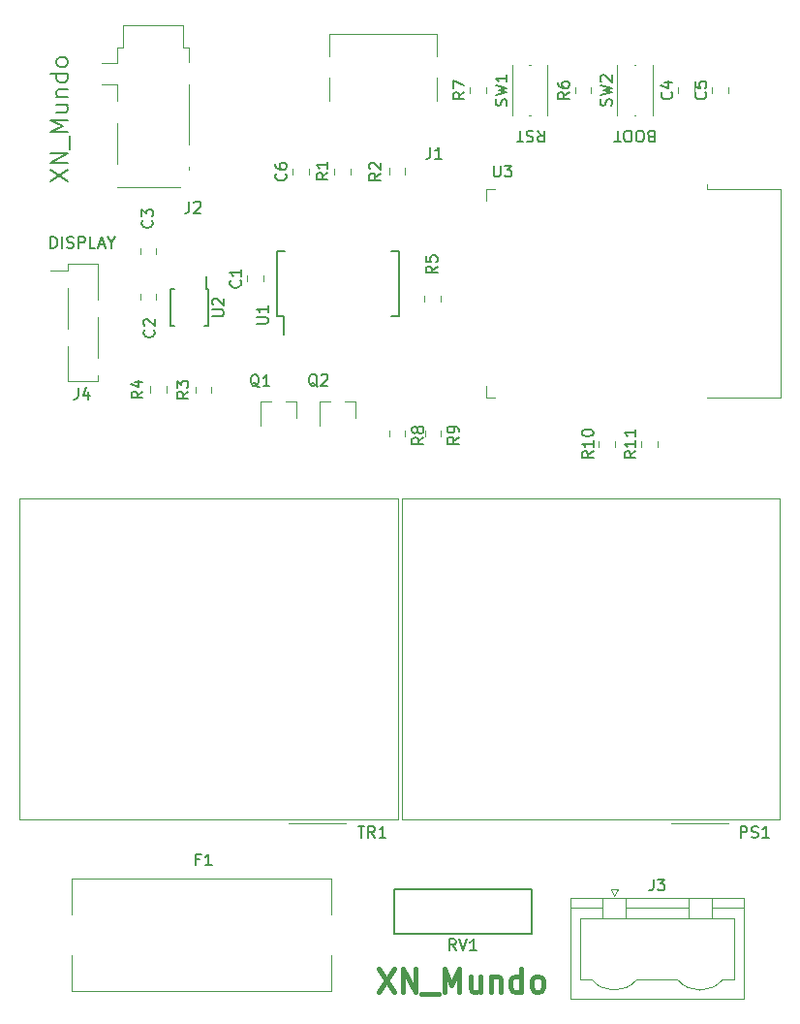
<source format=gbr>
G04 #@! TF.GenerationSoftware,KiCad,Pcbnew,(5.1.5)-3*
G04 #@! TF.CreationDate,2021-07-10T17:40:16+02:00*
G04 #@! TF.ProjectId,EnergyMonitor,456e6572-6779-44d6-9f6e-69746f722e6b,rev?*
G04 #@! TF.SameCoordinates,Original*
G04 #@! TF.FileFunction,Legend,Top*
G04 #@! TF.FilePolarity,Positive*
%FSLAX46Y46*%
G04 Gerber Fmt 4.6, Leading zero omitted, Abs format (unit mm)*
G04 Created by KiCad (PCBNEW (5.1.5)-3) date 2021-07-10 17:40:16*
%MOMM*%
%LPD*%
G04 APERTURE LIST*
%ADD10C,0.200000*%
%ADD11C,0.150000*%
%ADD12C,0.400000*%
%ADD13C,0.120000*%
G04 APERTURE END LIST*
D10*
X113788451Y-51930891D02*
X115288451Y-50930891D01*
X113788451Y-50930891D02*
X115288451Y-51930891D01*
X115288451Y-50359462D02*
X113788451Y-50359462D01*
X115288451Y-49502320D01*
X113788451Y-49502320D01*
X115431308Y-49145177D02*
X115431308Y-48002320D01*
X115288451Y-47645177D02*
X113788451Y-47645177D01*
X114859880Y-47145177D01*
X113788451Y-46645177D01*
X115288451Y-46645177D01*
X114288451Y-45288034D02*
X115288451Y-45288034D01*
X114288451Y-45930891D02*
X115074165Y-45930891D01*
X115217022Y-45859462D01*
X115288451Y-45716605D01*
X115288451Y-45502320D01*
X115217022Y-45359462D01*
X115145594Y-45288034D01*
X114288451Y-44573748D02*
X115288451Y-44573748D01*
X114431308Y-44573748D02*
X114359880Y-44502320D01*
X114288451Y-44359462D01*
X114288451Y-44145177D01*
X114359880Y-44002320D01*
X114502737Y-43930891D01*
X115288451Y-43930891D01*
X115288451Y-42573748D02*
X113788451Y-42573748D01*
X115217022Y-42573748D02*
X115288451Y-42716605D01*
X115288451Y-43002320D01*
X115217022Y-43145177D01*
X115145594Y-43216605D01*
X115002737Y-43288034D01*
X114574165Y-43288034D01*
X114431308Y-43216605D01*
X114359880Y-43145177D01*
X114288451Y-43002320D01*
X114288451Y-42716605D01*
X114359880Y-42573748D01*
X115288451Y-41645177D02*
X115217022Y-41788034D01*
X115145594Y-41859462D01*
X115002737Y-41930891D01*
X114574165Y-41930891D01*
X114431308Y-41859462D01*
X114359880Y-41788034D01*
X114288451Y-41645177D01*
X114288451Y-41430891D01*
X114359880Y-41288034D01*
X114431308Y-41216605D01*
X114574165Y-41145177D01*
X115002737Y-41145177D01*
X115145594Y-41216605D01*
X115217022Y-41288034D01*
X115288451Y-41430891D01*
X115288451Y-41645177D01*
X113786944Y-57775100D02*
X113786944Y-56775100D01*
X114025040Y-56775100D01*
X114167897Y-56822720D01*
X114263135Y-56917958D01*
X114310754Y-57013196D01*
X114358373Y-57203672D01*
X114358373Y-57346529D01*
X114310754Y-57537005D01*
X114263135Y-57632243D01*
X114167897Y-57727481D01*
X114025040Y-57775100D01*
X113786944Y-57775100D01*
X114786944Y-57775100D02*
X114786944Y-56775100D01*
X115215516Y-57727481D02*
X115358373Y-57775100D01*
X115596468Y-57775100D01*
X115691706Y-57727481D01*
X115739325Y-57679862D01*
X115786944Y-57584624D01*
X115786944Y-57489386D01*
X115739325Y-57394148D01*
X115691706Y-57346529D01*
X115596468Y-57298910D01*
X115405992Y-57251291D01*
X115310754Y-57203672D01*
X115263135Y-57156053D01*
X115215516Y-57060815D01*
X115215516Y-56965577D01*
X115263135Y-56870339D01*
X115310754Y-56822720D01*
X115405992Y-56775100D01*
X115644087Y-56775100D01*
X115786944Y-56822720D01*
X116215516Y-57775100D02*
X116215516Y-56775100D01*
X116596468Y-56775100D01*
X116691706Y-56822720D01*
X116739325Y-56870339D01*
X116786944Y-56965577D01*
X116786944Y-57108434D01*
X116739325Y-57203672D01*
X116691706Y-57251291D01*
X116596468Y-57298910D01*
X116215516Y-57298910D01*
X117691706Y-57775100D02*
X117215516Y-57775100D01*
X117215516Y-56775100D01*
X117977420Y-57489386D02*
X118453611Y-57489386D01*
X117882182Y-57775100D02*
X118215516Y-56775100D01*
X118548849Y-57775100D01*
X119072659Y-57298910D02*
X119072659Y-57775100D01*
X118739325Y-56775100D02*
X119072659Y-57298910D01*
X119405992Y-56775100D01*
D11*
X166253942Y-48031708D02*
X166111085Y-47984089D01*
X166063466Y-47936470D01*
X166015847Y-47841232D01*
X166015847Y-47698375D01*
X166063466Y-47603137D01*
X166111085Y-47555518D01*
X166206323Y-47507899D01*
X166587276Y-47507899D01*
X166587276Y-48507899D01*
X166253942Y-48507899D01*
X166158704Y-48460280D01*
X166111085Y-48412660D01*
X166063466Y-48317422D01*
X166063466Y-48222184D01*
X166111085Y-48126946D01*
X166158704Y-48079327D01*
X166253942Y-48031708D01*
X166587276Y-48031708D01*
X165396800Y-48507899D02*
X165206323Y-48507899D01*
X165111085Y-48460280D01*
X165015847Y-48365041D01*
X164968228Y-48174565D01*
X164968228Y-47841232D01*
X165015847Y-47650756D01*
X165111085Y-47555518D01*
X165206323Y-47507899D01*
X165396800Y-47507899D01*
X165492038Y-47555518D01*
X165587276Y-47650756D01*
X165634895Y-47841232D01*
X165634895Y-48174565D01*
X165587276Y-48365041D01*
X165492038Y-48460280D01*
X165396800Y-48507899D01*
X164349180Y-48507899D02*
X164158704Y-48507899D01*
X164063466Y-48460280D01*
X163968228Y-48365041D01*
X163920609Y-48174565D01*
X163920609Y-47841232D01*
X163968228Y-47650756D01*
X164063466Y-47555518D01*
X164158704Y-47507899D01*
X164349180Y-47507899D01*
X164444419Y-47555518D01*
X164539657Y-47650756D01*
X164587276Y-47841232D01*
X164587276Y-48174565D01*
X164539657Y-48365041D01*
X164444419Y-48460280D01*
X164349180Y-48507899D01*
X163634895Y-48507899D02*
X163063466Y-48507899D01*
X163349180Y-47507899D02*
X163349180Y-48507899D01*
X156341059Y-47507899D02*
X156674392Y-47984089D01*
X156912487Y-47507899D02*
X156912487Y-48507899D01*
X156531535Y-48507899D01*
X156436297Y-48460280D01*
X156388678Y-48412660D01*
X156341059Y-48317422D01*
X156341059Y-48174565D01*
X156388678Y-48079327D01*
X156436297Y-48031708D01*
X156531535Y-47984089D01*
X156912487Y-47984089D01*
X155960106Y-47555518D02*
X155817249Y-47507899D01*
X155579154Y-47507899D01*
X155483916Y-47555518D01*
X155436297Y-47603137D01*
X155388678Y-47698375D01*
X155388678Y-47793613D01*
X155436297Y-47888851D01*
X155483916Y-47936470D01*
X155579154Y-47984089D01*
X155769630Y-48031708D01*
X155864868Y-48079327D01*
X155912487Y-48126946D01*
X155960106Y-48222184D01*
X155960106Y-48317422D01*
X155912487Y-48412660D01*
X155864868Y-48460280D01*
X155769630Y-48507899D01*
X155531535Y-48507899D01*
X155388678Y-48460280D01*
X155102963Y-48507899D02*
X154531535Y-48507899D01*
X154817249Y-47507899D02*
X154817249Y-48507899D01*
D12*
X142469504Y-120707921D02*
X143802838Y-122707921D01*
X143802838Y-120707921D02*
X142469504Y-122707921D01*
X144564742Y-122707921D02*
X144564742Y-120707921D01*
X145707600Y-122707921D01*
X145707600Y-120707921D01*
X146183790Y-122898398D02*
X147707600Y-122898398D01*
X148183790Y-122707921D02*
X148183790Y-120707921D01*
X148850457Y-122136493D01*
X149517123Y-120707921D01*
X149517123Y-122707921D01*
X151326647Y-121374588D02*
X151326647Y-122707921D01*
X150469504Y-121374588D02*
X150469504Y-122422207D01*
X150564742Y-122612683D01*
X150755219Y-122707921D01*
X151040933Y-122707921D01*
X151231409Y-122612683D01*
X151326647Y-122517445D01*
X152279028Y-121374588D02*
X152279028Y-122707921D01*
X152279028Y-121565064D02*
X152374266Y-121469826D01*
X152564742Y-121374588D01*
X152850457Y-121374588D01*
X153040933Y-121469826D01*
X153136171Y-121660302D01*
X153136171Y-122707921D01*
X154945695Y-122707921D02*
X154945695Y-120707921D01*
X154945695Y-122612683D02*
X154755219Y-122707921D01*
X154374266Y-122707921D01*
X154183790Y-122612683D01*
X154088552Y-122517445D01*
X153993314Y-122326969D01*
X153993314Y-121755540D01*
X154088552Y-121565064D01*
X154183790Y-121469826D01*
X154374266Y-121374588D01*
X154755219Y-121374588D01*
X154945695Y-121469826D01*
X156183790Y-122707921D02*
X155993314Y-122612683D01*
X155898076Y-122517445D01*
X155802838Y-122326969D01*
X155802838Y-121755540D01*
X155898076Y-121565064D01*
X155993314Y-121469826D01*
X156183790Y-121374588D01*
X156469504Y-121374588D01*
X156659980Y-121469826D01*
X156755219Y-121565064D01*
X156850457Y-121755540D01*
X156850457Y-122326969D01*
X156755219Y-122517445D01*
X156659980Y-122612683D01*
X156469504Y-122707921D01*
X156183790Y-122707921D01*
D13*
X166841240Y-75137778D02*
X166841240Y-74620622D01*
X165421240Y-75137778D02*
X165421240Y-74620622D01*
X163132840Y-75137778D02*
X163132840Y-74620622D01*
X161712840Y-75137778D02*
X161712840Y-74620622D01*
X139600000Y-108032000D02*
X134600000Y-108032000D01*
X144120000Y-107652000D02*
X111080000Y-107652000D01*
X144120000Y-79612000D02*
X144120000Y-107652000D01*
X111080000Y-79612000D02*
X144120000Y-79612000D01*
X111080000Y-107652000D02*
X111080000Y-79612000D01*
X171151560Y-52602000D02*
X171151560Y-52222000D01*
X177571560Y-52602000D02*
X171151560Y-52602000D01*
X177571560Y-70842000D02*
X171151560Y-70842000D01*
X177571560Y-52602000D02*
X177571560Y-70842000D01*
X151826560Y-70842000D02*
X151826560Y-69842000D01*
X152606560Y-70842000D02*
X151826560Y-70842000D01*
X151826560Y-52602000D02*
X151826560Y-53602000D01*
X152606560Y-52602000D02*
X151826560Y-52602000D01*
X164880760Y-46200000D02*
X164780760Y-46200000D01*
X163280760Y-41800000D02*
X163280760Y-46200000D01*
X166380760Y-46200000D02*
X166380760Y-41800000D01*
X164880760Y-41800000D02*
X164780760Y-41800000D01*
X162752760Y-113715720D02*
X163352760Y-113715720D01*
X163052760Y-114315720D02*
X162752760Y-113715720D01*
X163352760Y-113715720D02*
X163052760Y-114315720D01*
X173502760Y-121625720D02*
X172552760Y-121625720D01*
X173502760Y-116325720D02*
X173502760Y-121625720D01*
X160102760Y-116325720D02*
X173502760Y-116325720D01*
X160102760Y-121625720D02*
X160102760Y-116325720D01*
X161052760Y-121625720D02*
X160102760Y-121625720D01*
X165052760Y-121625720D02*
X168552760Y-121625720D01*
X171552760Y-116325720D02*
X169552760Y-116325720D01*
X171552760Y-114515720D02*
X171552760Y-116325720D01*
X169552760Y-114515720D02*
X171552760Y-114515720D01*
X169552760Y-116325720D02*
X169552760Y-114515720D01*
X164052760Y-116325720D02*
X162052760Y-116325720D01*
X164052760Y-114515720D02*
X164052760Y-116325720D01*
X162052760Y-114515720D02*
X164052760Y-114515720D01*
X162052760Y-116325720D02*
X162052760Y-114515720D01*
X164052760Y-115325720D02*
X169552760Y-115325720D01*
X174412760Y-115325720D02*
X171662760Y-115325720D01*
X159192760Y-115325720D02*
X161942760Y-115325720D01*
X174412760Y-114515720D02*
X159192760Y-114515720D01*
X174412760Y-123335720D02*
X174412760Y-114515720D01*
X159192760Y-123335720D02*
X174412760Y-123335720D01*
X159192760Y-114515720D02*
X159192760Y-123335720D01*
X172539601Y-121641541D02*
G75*
G02X168552760Y-121625720I-1986841J1665821D01*
G01*
X165039601Y-121641541D02*
G75*
G02X161052760Y-121625720I-1986841J1665821D01*
G01*
X155716440Y-46200000D02*
X155616440Y-46200000D01*
X154116440Y-41800000D02*
X154116440Y-46200000D01*
X157216440Y-46200000D02*
X157216440Y-41800000D01*
X155716440Y-41800000D02*
X155616440Y-41800000D01*
X173000000Y-108032000D02*
X168000000Y-108032000D01*
X177520000Y-107652000D02*
X144480000Y-107652000D01*
X177520000Y-79612000D02*
X177520000Y-107652000D01*
X144480000Y-79612000D02*
X177520000Y-79612000D01*
X144480000Y-107652000D02*
X144480000Y-79612000D01*
X115261080Y-66322480D02*
X115261080Y-69432480D01*
X115261080Y-61242480D02*
X115261080Y-64802480D01*
X117921080Y-63782480D02*
X117921080Y-67342480D01*
X117921080Y-68862480D02*
X117921080Y-69432480D01*
X115261080Y-59152480D02*
X115261080Y-59722480D01*
X115261080Y-59722480D02*
X113741080Y-59722480D01*
X117921080Y-59152480D02*
X117921080Y-62262480D01*
X115261080Y-69432480D02*
X117921080Y-69432480D01*
X115261080Y-59152480D02*
X117921080Y-59152480D01*
X147519120Y-39100000D02*
X138119120Y-39100000D01*
X138119120Y-44900000D02*
X138119120Y-42900000D01*
X138119120Y-41000000D02*
X138119120Y-39100000D01*
X147519120Y-44900000D02*
X147519120Y-42900000D01*
X147519120Y-41000000D02*
X147519120Y-39100000D01*
D11*
X134147360Y-63753720D02*
X134147360Y-65353720D01*
X144222360Y-63753720D02*
X144222360Y-58003720D01*
X133572360Y-63753720D02*
X133572360Y-58003720D01*
X144222360Y-63753720D02*
X143572360Y-63753720D01*
X144222360Y-58003720D02*
X143572360Y-58003720D01*
X133572360Y-58003720D02*
X134222360Y-58003720D01*
X133572360Y-63753720D02*
X134147360Y-63753720D01*
X143800000Y-113745960D02*
X143800000Y-117645960D01*
X155800000Y-113745960D02*
X155800000Y-117645960D01*
X143800000Y-113745960D02*
X155800000Y-113745960D01*
X143800000Y-117645960D02*
X155800000Y-117645960D01*
D13*
X146493160Y-73741782D02*
X146493160Y-74258938D01*
X147913160Y-73741782D02*
X147913160Y-74258938D01*
X143358800Y-73741782D02*
X143358800Y-74258938D01*
X144778800Y-73741782D02*
X144778800Y-74258938D01*
X151845080Y-44258578D02*
X151845080Y-43741422D01*
X150425080Y-44258578D02*
X150425080Y-43741422D01*
X161024640Y-44258578D02*
X161024640Y-43741422D01*
X159604640Y-44258578D02*
X159604640Y-43741422D01*
X143353720Y-50805582D02*
X143353720Y-51322738D01*
X144773720Y-50805582D02*
X144773720Y-51322738D01*
X138603920Y-50807462D02*
X138603920Y-51324618D01*
X140023920Y-50807462D02*
X140023920Y-51324618D01*
X140426560Y-71132160D02*
X140426560Y-72592160D01*
X137266560Y-71132160D02*
X137266560Y-73292160D01*
X137266560Y-71132160D02*
X138196560Y-71132160D01*
X140426560Y-71132160D02*
X139496560Y-71132160D01*
X135290680Y-71132160D02*
X135290680Y-72592160D01*
X132130680Y-71132160D02*
X132130680Y-73292160D01*
X132130680Y-71132160D02*
X133060680Y-71132160D01*
X135290680Y-71132160D02*
X134360680Y-71132160D01*
X138341880Y-112829160D02*
X138341880Y-115989160D01*
X138341880Y-112829160D02*
X115621880Y-112829160D01*
X138341880Y-122649160D02*
X115621880Y-122649160D01*
X138341880Y-119489160D02*
X138341880Y-122649160D01*
X115621880Y-119489160D02*
X115621880Y-122649160D01*
X115621880Y-112829160D02*
X115621880Y-115989160D01*
X136320600Y-51378618D02*
X136320600Y-50861462D01*
X134900600Y-51378618D02*
X134900600Y-50861462D01*
X119627720Y-40298280D02*
X120127720Y-40298280D01*
X125327720Y-40298280D02*
X125827720Y-40298280D01*
X125327720Y-38298280D02*
X125327720Y-40298280D01*
X120127720Y-38298280D02*
X125327720Y-38298280D01*
X120127720Y-40298280D02*
X120127720Y-38298280D01*
X125827720Y-40298280D02*
X125827720Y-41498280D01*
X125827720Y-43448280D02*
X125827720Y-48698280D01*
X125827720Y-50648280D02*
X125827720Y-50948280D01*
X125077720Y-52498280D02*
X119627720Y-52498280D01*
X119627720Y-50448280D02*
X119627720Y-46848280D01*
X119627720Y-44948280D02*
X119627720Y-43448280D01*
X119627720Y-41598280D02*
X119627720Y-40298280D01*
X119627720Y-41598280D02*
X118277720Y-41598280D01*
X119627720Y-43448280D02*
X118277720Y-43448280D01*
D11*
X127357800Y-61341600D02*
X127357800Y-60266600D01*
X124282800Y-61341600D02*
X124282800Y-64591600D01*
X127532800Y-61341600D02*
X127532800Y-64591600D01*
X124282800Y-61341600D02*
X124557800Y-61341600D01*
X124282800Y-64591600D02*
X124557800Y-64591600D01*
X127532800Y-64591600D02*
X127257800Y-64591600D01*
X127532800Y-61341600D02*
X127357800Y-61341600D01*
D13*
X146422040Y-61966342D02*
X146422040Y-62483498D01*
X147842040Y-61966342D02*
X147842040Y-62483498D01*
X122485080Y-69852802D02*
X122485080Y-70369958D01*
X123905080Y-69852802D02*
X123905080Y-70369958D01*
X127847160Y-70403218D02*
X127847160Y-69886062D01*
X126427160Y-70403218D02*
X126427160Y-69886062D01*
X173018520Y-44258578D02*
X173018520Y-43741422D01*
X171598520Y-44258578D02*
X171598520Y-43741422D01*
X170046720Y-44258578D02*
X170046720Y-43741422D01*
X168626720Y-44258578D02*
X168626720Y-43741422D01*
X121591000Y-57805822D02*
X121591000Y-58322978D01*
X123011000Y-57805822D02*
X123011000Y-58322978D01*
X123011000Y-62258578D02*
X123011000Y-61741422D01*
X121591000Y-62258578D02*
X121591000Y-61741422D01*
X132358200Y-60695338D02*
X132358200Y-60178182D01*
X130938200Y-60695338D02*
X130938200Y-60178182D01*
D11*
X164933620Y-75522057D02*
X164457430Y-75855390D01*
X164933620Y-76093485D02*
X163933620Y-76093485D01*
X163933620Y-75712533D01*
X163981240Y-75617295D01*
X164028859Y-75569676D01*
X164124097Y-75522057D01*
X164266954Y-75522057D01*
X164362192Y-75569676D01*
X164409811Y-75617295D01*
X164457430Y-75712533D01*
X164457430Y-76093485D01*
X164933620Y-74569676D02*
X164933620Y-75141104D01*
X164933620Y-74855390D02*
X163933620Y-74855390D01*
X164076478Y-74950628D01*
X164171716Y-75045866D01*
X164219335Y-75141104D01*
X164933620Y-73617295D02*
X164933620Y-74188723D01*
X164933620Y-73903009D02*
X163933620Y-73903009D01*
X164076478Y-73998247D01*
X164171716Y-74093485D01*
X164219335Y-74188723D01*
X161225220Y-75522057D02*
X160749030Y-75855390D01*
X161225220Y-76093485D02*
X160225220Y-76093485D01*
X160225220Y-75712533D01*
X160272840Y-75617295D01*
X160320459Y-75569676D01*
X160415697Y-75522057D01*
X160558554Y-75522057D01*
X160653792Y-75569676D01*
X160701411Y-75617295D01*
X160749030Y-75712533D01*
X160749030Y-76093485D01*
X161225220Y-74569676D02*
X161225220Y-75141104D01*
X161225220Y-74855390D02*
X160225220Y-74855390D01*
X160368078Y-74950628D01*
X160463316Y-75045866D01*
X160510935Y-75141104D01*
X160225220Y-73950628D02*
X160225220Y-73855390D01*
X160272840Y-73760152D01*
X160320459Y-73712533D01*
X160415697Y-73664914D01*
X160606173Y-73617295D01*
X160844268Y-73617295D01*
X161034744Y-73664914D01*
X161129982Y-73712533D01*
X161177601Y-73760152D01*
X161225220Y-73855390D01*
X161225220Y-73950628D01*
X161177601Y-74045866D01*
X161129982Y-74093485D01*
X161034744Y-74141104D01*
X160844268Y-74188723D01*
X160606173Y-74188723D01*
X160415697Y-74141104D01*
X160320459Y-74093485D01*
X160272840Y-74045866D01*
X160225220Y-73950628D01*
X140648095Y-108254380D02*
X141219523Y-108254380D01*
X140933809Y-109254380D02*
X140933809Y-108254380D01*
X142124285Y-109254380D02*
X141790952Y-108778190D01*
X141552857Y-109254380D02*
X141552857Y-108254380D01*
X141933809Y-108254380D01*
X142029047Y-108302000D01*
X142076666Y-108349619D01*
X142124285Y-108444857D01*
X142124285Y-108587714D01*
X142076666Y-108682952D01*
X142029047Y-108730571D01*
X141933809Y-108778190D01*
X141552857Y-108778190D01*
X143076666Y-109254380D02*
X142505238Y-109254380D01*
X142790952Y-109254380D02*
X142790952Y-108254380D01*
X142695714Y-108397238D01*
X142600476Y-108492476D01*
X142505238Y-108540095D01*
X152514655Y-50564380D02*
X152514655Y-51373904D01*
X152562274Y-51469142D01*
X152609893Y-51516761D01*
X152705131Y-51564380D01*
X152895607Y-51564380D01*
X152990845Y-51516761D01*
X153038464Y-51469142D01*
X153086083Y-51373904D01*
X153086083Y-50564380D01*
X153467036Y-50564380D02*
X154086083Y-50564380D01*
X153752750Y-50945333D01*
X153895607Y-50945333D01*
X153990845Y-50992952D01*
X154038464Y-51040571D01*
X154086083Y-51135809D01*
X154086083Y-51373904D01*
X154038464Y-51469142D01*
X153990845Y-51516761D01*
X153895607Y-51564380D01*
X153609893Y-51564380D01*
X153514655Y-51516761D01*
X153467036Y-51469142D01*
X162785521Y-45333333D02*
X162833140Y-45190476D01*
X162833140Y-44952380D01*
X162785521Y-44857142D01*
X162737902Y-44809523D01*
X162642664Y-44761904D01*
X162547426Y-44761904D01*
X162452188Y-44809523D01*
X162404569Y-44857142D01*
X162356950Y-44952380D01*
X162309331Y-45142857D01*
X162261712Y-45238095D01*
X162214093Y-45285714D01*
X162118855Y-45333333D01*
X162023617Y-45333333D01*
X161928379Y-45285714D01*
X161880760Y-45238095D01*
X161833140Y-45142857D01*
X161833140Y-44904761D01*
X161880760Y-44761904D01*
X161833140Y-44428571D02*
X162833140Y-44190476D01*
X162118855Y-44000000D01*
X162833140Y-43809523D01*
X161833140Y-43571428D01*
X161928379Y-43238095D02*
X161880760Y-43190476D01*
X161833140Y-43095238D01*
X161833140Y-42857142D01*
X161880760Y-42761904D01*
X161928379Y-42714285D01*
X162023617Y-42666666D01*
X162118855Y-42666666D01*
X162261712Y-42714285D01*
X162833140Y-43285714D01*
X162833140Y-42666666D01*
X166469426Y-112878100D02*
X166469426Y-113592386D01*
X166421807Y-113735243D01*
X166326569Y-113830481D01*
X166183712Y-113878100D01*
X166088474Y-113878100D01*
X166850379Y-112878100D02*
X167469426Y-112878100D01*
X167136093Y-113259053D01*
X167278950Y-113259053D01*
X167374188Y-113306672D01*
X167421807Y-113354291D01*
X167469426Y-113449529D01*
X167469426Y-113687624D01*
X167421807Y-113782862D01*
X167374188Y-113830481D01*
X167278950Y-113878100D01*
X166993236Y-113878100D01*
X166897998Y-113830481D01*
X166850379Y-113782862D01*
X153621201Y-45333333D02*
X153668820Y-45190476D01*
X153668820Y-44952380D01*
X153621201Y-44857142D01*
X153573582Y-44809523D01*
X153478344Y-44761904D01*
X153383106Y-44761904D01*
X153287868Y-44809523D01*
X153240249Y-44857142D01*
X153192630Y-44952380D01*
X153145011Y-45142857D01*
X153097392Y-45238095D01*
X153049773Y-45285714D01*
X152954535Y-45333333D01*
X152859297Y-45333333D01*
X152764059Y-45285714D01*
X152716440Y-45238095D01*
X152668820Y-45142857D01*
X152668820Y-44904761D01*
X152716440Y-44761904D01*
X152668820Y-44428571D02*
X153668820Y-44190476D01*
X152954535Y-44000000D01*
X153668820Y-43809523D01*
X152668820Y-43571428D01*
X153668820Y-42666666D02*
X153668820Y-43238095D01*
X153668820Y-42952380D02*
X152668820Y-42952380D01*
X152811678Y-43047619D01*
X152906916Y-43142857D01*
X152954535Y-43238095D01*
X174095714Y-109254380D02*
X174095714Y-108254380D01*
X174476666Y-108254380D01*
X174571904Y-108302000D01*
X174619523Y-108349619D01*
X174667142Y-108444857D01*
X174667142Y-108587714D01*
X174619523Y-108682952D01*
X174571904Y-108730571D01*
X174476666Y-108778190D01*
X174095714Y-108778190D01*
X175048095Y-109206761D02*
X175190952Y-109254380D01*
X175429047Y-109254380D01*
X175524285Y-109206761D01*
X175571904Y-109159142D01*
X175619523Y-109063904D01*
X175619523Y-108968666D01*
X175571904Y-108873428D01*
X175524285Y-108825809D01*
X175429047Y-108778190D01*
X175238571Y-108730571D01*
X175143333Y-108682952D01*
X175095714Y-108635333D01*
X175048095Y-108540095D01*
X175048095Y-108444857D01*
X175095714Y-108349619D01*
X175143333Y-108302000D01*
X175238571Y-108254380D01*
X175476666Y-108254380D01*
X175619523Y-108302000D01*
X176571904Y-109254380D02*
X176000476Y-109254380D01*
X176286190Y-109254380D02*
X176286190Y-108254380D01*
X176190952Y-108397238D01*
X176095714Y-108492476D01*
X176000476Y-108540095D01*
X116181546Y-69962780D02*
X116181546Y-70677066D01*
X116133927Y-70819923D01*
X116038689Y-70915161D01*
X115895832Y-70962780D01*
X115800594Y-70962780D01*
X117086308Y-70296114D02*
X117086308Y-70962780D01*
X116848213Y-69915161D02*
X116610118Y-70629447D01*
X117229165Y-70629447D01*
X146976506Y-48964940D02*
X146976506Y-49679226D01*
X146928887Y-49822083D01*
X146833649Y-49917321D01*
X146690792Y-49964940D01*
X146595554Y-49964940D01*
X147976506Y-49964940D02*
X147405078Y-49964940D01*
X147690792Y-49964940D02*
X147690792Y-48964940D01*
X147595554Y-49107798D01*
X147500316Y-49203036D01*
X147405078Y-49250655D01*
X131785300Y-64392264D02*
X132594824Y-64392264D01*
X132690062Y-64344645D01*
X132737681Y-64297026D01*
X132785300Y-64201788D01*
X132785300Y-64011312D01*
X132737681Y-63916074D01*
X132690062Y-63868455D01*
X132594824Y-63820836D01*
X131785300Y-63820836D01*
X132785300Y-62820836D02*
X132785300Y-63392264D01*
X132785300Y-63106550D02*
X131785300Y-63106550D01*
X131928158Y-63201788D01*
X132023396Y-63297026D01*
X132071015Y-63392264D01*
X149204761Y-119098340D02*
X148871428Y-118622150D01*
X148633333Y-119098340D02*
X148633333Y-118098340D01*
X149014285Y-118098340D01*
X149109523Y-118145960D01*
X149157142Y-118193579D01*
X149204761Y-118288817D01*
X149204761Y-118431674D01*
X149157142Y-118526912D01*
X149109523Y-118574531D01*
X149014285Y-118622150D01*
X148633333Y-118622150D01*
X149490476Y-118098340D02*
X149823809Y-119098340D01*
X150157142Y-118098340D01*
X151014285Y-119098340D02*
X150442857Y-119098340D01*
X150728571Y-119098340D02*
X150728571Y-118098340D01*
X150633333Y-118241198D01*
X150538095Y-118336436D01*
X150442857Y-118384055D01*
X149464020Y-74283866D02*
X148987830Y-74617200D01*
X149464020Y-74855295D02*
X148464020Y-74855295D01*
X148464020Y-74474342D01*
X148511640Y-74379104D01*
X148559259Y-74331485D01*
X148654497Y-74283866D01*
X148797354Y-74283866D01*
X148892592Y-74331485D01*
X148940211Y-74379104D01*
X148987830Y-74474342D01*
X148987830Y-74855295D01*
X149464020Y-73807676D02*
X149464020Y-73617200D01*
X149416401Y-73521961D01*
X149368782Y-73474342D01*
X149225925Y-73379104D01*
X149035449Y-73331485D01*
X148654497Y-73331485D01*
X148559259Y-73379104D01*
X148511640Y-73426723D01*
X148464020Y-73521961D01*
X148464020Y-73712438D01*
X148511640Y-73807676D01*
X148559259Y-73855295D01*
X148654497Y-73902914D01*
X148892592Y-73902914D01*
X148987830Y-73855295D01*
X149035449Y-73807676D01*
X149083068Y-73712438D01*
X149083068Y-73521961D01*
X149035449Y-73426723D01*
X148987830Y-73379104D01*
X148892592Y-73331485D01*
X146375380Y-74314346D02*
X145899190Y-74647680D01*
X146375380Y-74885775D02*
X145375380Y-74885775D01*
X145375380Y-74504822D01*
X145423000Y-74409584D01*
X145470619Y-74361965D01*
X145565857Y-74314346D01*
X145708714Y-74314346D01*
X145803952Y-74361965D01*
X145851571Y-74409584D01*
X145899190Y-74504822D01*
X145899190Y-74885775D01*
X145803952Y-73742918D02*
X145756333Y-73838156D01*
X145708714Y-73885775D01*
X145613476Y-73933394D01*
X145565857Y-73933394D01*
X145470619Y-73885775D01*
X145423000Y-73838156D01*
X145375380Y-73742918D01*
X145375380Y-73552441D01*
X145423000Y-73457203D01*
X145470619Y-73409584D01*
X145565857Y-73361965D01*
X145613476Y-73361965D01*
X145708714Y-73409584D01*
X145756333Y-73457203D01*
X145803952Y-73552441D01*
X145803952Y-73742918D01*
X145851571Y-73838156D01*
X145899190Y-73885775D01*
X145994428Y-73933394D01*
X146184904Y-73933394D01*
X146280142Y-73885775D01*
X146327761Y-73838156D01*
X146375380Y-73742918D01*
X146375380Y-73552441D01*
X146327761Y-73457203D01*
X146280142Y-73409584D01*
X146184904Y-73361965D01*
X145994428Y-73361965D01*
X145899190Y-73409584D01*
X145851571Y-73457203D01*
X145803952Y-73552441D01*
X149937460Y-44166666D02*
X149461270Y-44500000D01*
X149937460Y-44738095D02*
X148937460Y-44738095D01*
X148937460Y-44357142D01*
X148985080Y-44261904D01*
X149032699Y-44214285D01*
X149127937Y-44166666D01*
X149270794Y-44166666D01*
X149366032Y-44214285D01*
X149413651Y-44261904D01*
X149461270Y-44357142D01*
X149461270Y-44738095D01*
X148937460Y-43833333D02*
X148937460Y-43166666D01*
X149937460Y-43595238D01*
X159117020Y-44166666D02*
X158640830Y-44500000D01*
X159117020Y-44738095D02*
X158117020Y-44738095D01*
X158117020Y-44357142D01*
X158164640Y-44261904D01*
X158212259Y-44214285D01*
X158307497Y-44166666D01*
X158450354Y-44166666D01*
X158545592Y-44214285D01*
X158593211Y-44261904D01*
X158640830Y-44357142D01*
X158640830Y-44738095D01*
X158117020Y-43309523D02*
X158117020Y-43500000D01*
X158164640Y-43595238D01*
X158212259Y-43642857D01*
X158355116Y-43738095D01*
X158545592Y-43785714D01*
X158926544Y-43785714D01*
X159021782Y-43738095D01*
X159069401Y-43690476D01*
X159117020Y-43595238D01*
X159117020Y-43404761D01*
X159069401Y-43309523D01*
X159021782Y-43261904D01*
X158926544Y-43214285D01*
X158688449Y-43214285D01*
X158593211Y-43261904D01*
X158545592Y-43309523D01*
X158497973Y-43404761D01*
X158497973Y-43595238D01*
X158545592Y-43690476D01*
X158593211Y-43738095D01*
X158688449Y-43785714D01*
X142621260Y-51266386D02*
X142145070Y-51599720D01*
X142621260Y-51837815D02*
X141621260Y-51837815D01*
X141621260Y-51456862D01*
X141668880Y-51361624D01*
X141716499Y-51314005D01*
X141811737Y-51266386D01*
X141954594Y-51266386D01*
X142049832Y-51314005D01*
X142097451Y-51361624D01*
X142145070Y-51456862D01*
X142145070Y-51837815D01*
X141716499Y-50885434D02*
X141668880Y-50837815D01*
X141621260Y-50742577D01*
X141621260Y-50504481D01*
X141668880Y-50409243D01*
X141716499Y-50361624D01*
X141811737Y-50314005D01*
X141906975Y-50314005D01*
X142049832Y-50361624D01*
X142621260Y-50933053D01*
X142621260Y-50314005D01*
X138008620Y-51200346D02*
X137532430Y-51533680D01*
X138008620Y-51771775D02*
X137008620Y-51771775D01*
X137008620Y-51390822D01*
X137056240Y-51295584D01*
X137103859Y-51247965D01*
X137199097Y-51200346D01*
X137341954Y-51200346D01*
X137437192Y-51247965D01*
X137484811Y-51295584D01*
X137532430Y-51390822D01*
X137532430Y-51771775D01*
X138008620Y-50247965D02*
X138008620Y-50819394D01*
X138008620Y-50533680D02*
X137008620Y-50533680D01*
X137151478Y-50628918D01*
X137246716Y-50724156D01*
X137294335Y-50819394D01*
X137100321Y-69884539D02*
X137005083Y-69836920D01*
X136909845Y-69741681D01*
X136766988Y-69598824D01*
X136671750Y-69551205D01*
X136576512Y-69551205D01*
X136624131Y-69789300D02*
X136528893Y-69741681D01*
X136433655Y-69646443D01*
X136386036Y-69455967D01*
X136386036Y-69122634D01*
X136433655Y-68932158D01*
X136528893Y-68836920D01*
X136624131Y-68789300D01*
X136814607Y-68789300D01*
X136909845Y-68836920D01*
X137005083Y-68932158D01*
X137052702Y-69122634D01*
X137052702Y-69455967D01*
X137005083Y-69646443D01*
X136909845Y-69741681D01*
X136814607Y-69789300D01*
X136624131Y-69789300D01*
X137433655Y-68884539D02*
X137481274Y-68836920D01*
X137576512Y-68789300D01*
X137814607Y-68789300D01*
X137909845Y-68836920D01*
X137957464Y-68884539D01*
X138005083Y-68979777D01*
X138005083Y-69075015D01*
X137957464Y-69217872D01*
X137386036Y-69789300D01*
X138005083Y-69789300D01*
X132010161Y-69920099D02*
X131914923Y-69872480D01*
X131819685Y-69777241D01*
X131676828Y-69634384D01*
X131581590Y-69586765D01*
X131486352Y-69586765D01*
X131533971Y-69824860D02*
X131438733Y-69777241D01*
X131343495Y-69682003D01*
X131295876Y-69491527D01*
X131295876Y-69158194D01*
X131343495Y-68967718D01*
X131438733Y-68872480D01*
X131533971Y-68824860D01*
X131724447Y-68824860D01*
X131819685Y-68872480D01*
X131914923Y-68967718D01*
X131962542Y-69158194D01*
X131962542Y-69491527D01*
X131914923Y-69682003D01*
X131819685Y-69777241D01*
X131724447Y-69824860D01*
X131533971Y-69824860D01*
X132914923Y-69824860D02*
X132343495Y-69824860D01*
X132629209Y-69824860D02*
X132629209Y-68824860D01*
X132533971Y-68967718D01*
X132438733Y-69062956D01*
X132343495Y-69110575D01*
X126813986Y-111155171D02*
X126480653Y-111155171D01*
X126480653Y-111678980D02*
X126480653Y-110678980D01*
X126956843Y-110678980D01*
X127861605Y-111678980D02*
X127290177Y-111678980D01*
X127575891Y-111678980D02*
X127575891Y-110678980D01*
X127480653Y-110821838D01*
X127385415Y-110917076D01*
X127290177Y-110964695D01*
X134317742Y-51286706D02*
X134365361Y-51334325D01*
X134412980Y-51477182D01*
X134412980Y-51572420D01*
X134365361Y-51715278D01*
X134270123Y-51810516D01*
X134174885Y-51858135D01*
X133984409Y-51905754D01*
X133841552Y-51905754D01*
X133651076Y-51858135D01*
X133555838Y-51810516D01*
X133460600Y-51715278D01*
X133412980Y-51572420D01*
X133412980Y-51477182D01*
X133460600Y-51334325D01*
X133508219Y-51286706D01*
X133412980Y-50429563D02*
X133412980Y-50620040D01*
X133460600Y-50715278D01*
X133508219Y-50762897D01*
X133651076Y-50858135D01*
X133841552Y-50905754D01*
X134222504Y-50905754D01*
X134317742Y-50858135D01*
X134365361Y-50810516D01*
X134412980Y-50715278D01*
X134412980Y-50524801D01*
X134365361Y-50429563D01*
X134317742Y-50381944D01*
X134222504Y-50334325D01*
X133984409Y-50334325D01*
X133889171Y-50381944D01*
X133841552Y-50429563D01*
X133793933Y-50524801D01*
X133793933Y-50715278D01*
X133841552Y-50810516D01*
X133889171Y-50858135D01*
X133984409Y-50905754D01*
X125899586Y-53722020D02*
X125899586Y-54436306D01*
X125851967Y-54579163D01*
X125756729Y-54674401D01*
X125613872Y-54722020D01*
X125518634Y-54722020D01*
X126328158Y-53817259D02*
X126375777Y-53769640D01*
X126471015Y-53722020D01*
X126709110Y-53722020D01*
X126804348Y-53769640D01*
X126851967Y-53817259D01*
X126899586Y-53912497D01*
X126899586Y-54007735D01*
X126851967Y-54150592D01*
X126280539Y-54722020D01*
X126899586Y-54722020D01*
X127910180Y-63728504D02*
X128719704Y-63728504D01*
X128814942Y-63680885D01*
X128862561Y-63633266D01*
X128910180Y-63538028D01*
X128910180Y-63347552D01*
X128862561Y-63252314D01*
X128814942Y-63204695D01*
X128719704Y-63157076D01*
X127910180Y-63157076D01*
X128005419Y-62728504D02*
X127957800Y-62680885D01*
X127910180Y-62585647D01*
X127910180Y-62347552D01*
X127957800Y-62252314D01*
X128005419Y-62204695D01*
X128100657Y-62157076D01*
X128195895Y-62157076D01*
X128338752Y-62204695D01*
X128910180Y-62776123D01*
X128910180Y-62157076D01*
X147589500Y-59376366D02*
X147113310Y-59709700D01*
X147589500Y-59947795D02*
X146589500Y-59947795D01*
X146589500Y-59566842D01*
X146637120Y-59471604D01*
X146684739Y-59423985D01*
X146779977Y-59376366D01*
X146922834Y-59376366D01*
X147018072Y-59423985D01*
X147065691Y-59471604D01*
X147113310Y-59566842D01*
X147113310Y-59947795D01*
X146589500Y-58471604D02*
X146589500Y-58947795D01*
X147065691Y-58995414D01*
X147018072Y-58947795D01*
X146970453Y-58852557D01*
X146970453Y-58614461D01*
X147018072Y-58519223D01*
X147065691Y-58471604D01*
X147160929Y-58423985D01*
X147399024Y-58423985D01*
X147494262Y-58471604D01*
X147541881Y-58519223D01*
X147589500Y-58614461D01*
X147589500Y-58852557D01*
X147541881Y-58947795D01*
X147494262Y-58995414D01*
X121828820Y-70298366D02*
X121352630Y-70631700D01*
X121828820Y-70869795D02*
X120828820Y-70869795D01*
X120828820Y-70488842D01*
X120876440Y-70393604D01*
X120924059Y-70345985D01*
X121019297Y-70298366D01*
X121162154Y-70298366D01*
X121257392Y-70345985D01*
X121305011Y-70393604D01*
X121352630Y-70488842D01*
X121352630Y-70869795D01*
X121162154Y-69441223D02*
X121828820Y-69441223D01*
X120781201Y-69679319D02*
X121495487Y-69917414D01*
X121495487Y-69298366D01*
X125816620Y-70311306D02*
X125340430Y-70644640D01*
X125816620Y-70882735D02*
X124816620Y-70882735D01*
X124816620Y-70501782D01*
X124864240Y-70406544D01*
X124911859Y-70358925D01*
X125007097Y-70311306D01*
X125149954Y-70311306D01*
X125245192Y-70358925D01*
X125292811Y-70406544D01*
X125340430Y-70501782D01*
X125340430Y-70882735D01*
X124816620Y-69977973D02*
X124816620Y-69358925D01*
X125197573Y-69692259D01*
X125197573Y-69549401D01*
X125245192Y-69454163D01*
X125292811Y-69406544D01*
X125388049Y-69358925D01*
X125626144Y-69358925D01*
X125721382Y-69406544D01*
X125769001Y-69454163D01*
X125816620Y-69549401D01*
X125816620Y-69835116D01*
X125769001Y-69930354D01*
X125721382Y-69977973D01*
X171015662Y-44166666D02*
X171063281Y-44214285D01*
X171110900Y-44357142D01*
X171110900Y-44452380D01*
X171063281Y-44595238D01*
X170968043Y-44690476D01*
X170872805Y-44738095D01*
X170682329Y-44785714D01*
X170539472Y-44785714D01*
X170348996Y-44738095D01*
X170253758Y-44690476D01*
X170158520Y-44595238D01*
X170110900Y-44452380D01*
X170110900Y-44357142D01*
X170158520Y-44214285D01*
X170206139Y-44166666D01*
X170110900Y-43261904D02*
X170110900Y-43738095D01*
X170587091Y-43785714D01*
X170539472Y-43738095D01*
X170491853Y-43642857D01*
X170491853Y-43404761D01*
X170539472Y-43309523D01*
X170587091Y-43261904D01*
X170682329Y-43214285D01*
X170920424Y-43214285D01*
X171015662Y-43261904D01*
X171063281Y-43309523D01*
X171110900Y-43404761D01*
X171110900Y-43642857D01*
X171063281Y-43738095D01*
X171015662Y-43785714D01*
X168043862Y-44166666D02*
X168091481Y-44214285D01*
X168139100Y-44357142D01*
X168139100Y-44452380D01*
X168091481Y-44595238D01*
X167996243Y-44690476D01*
X167901005Y-44738095D01*
X167710529Y-44785714D01*
X167567672Y-44785714D01*
X167377196Y-44738095D01*
X167281958Y-44690476D01*
X167186720Y-44595238D01*
X167139100Y-44452380D01*
X167139100Y-44357142D01*
X167186720Y-44214285D01*
X167234339Y-44166666D01*
X167472434Y-43309523D02*
X168139100Y-43309523D01*
X167091481Y-43547619D02*
X167805767Y-43785714D01*
X167805767Y-43166666D01*
X122622582Y-55365946D02*
X122670201Y-55413565D01*
X122717820Y-55556422D01*
X122717820Y-55651660D01*
X122670201Y-55794518D01*
X122574963Y-55889756D01*
X122479725Y-55937375D01*
X122289249Y-55984994D01*
X122146392Y-55984994D01*
X121955916Y-55937375D01*
X121860678Y-55889756D01*
X121765440Y-55794518D01*
X121717820Y-55651660D01*
X121717820Y-55556422D01*
X121765440Y-55413565D01*
X121813059Y-55365946D01*
X121717820Y-55032613D02*
X121717820Y-54413565D01*
X122098773Y-54746899D01*
X122098773Y-54604041D01*
X122146392Y-54508803D01*
X122194011Y-54461184D01*
X122289249Y-54413565D01*
X122527344Y-54413565D01*
X122622582Y-54461184D01*
X122670201Y-54508803D01*
X122717820Y-54604041D01*
X122717820Y-54889756D01*
X122670201Y-54984994D01*
X122622582Y-55032613D01*
X122800382Y-64931586D02*
X122848001Y-64979205D01*
X122895620Y-65122062D01*
X122895620Y-65217300D01*
X122848001Y-65360158D01*
X122752763Y-65455396D01*
X122657525Y-65503015D01*
X122467049Y-65550634D01*
X122324192Y-65550634D01*
X122133716Y-65503015D01*
X122038478Y-65455396D01*
X121943240Y-65360158D01*
X121895620Y-65217300D01*
X121895620Y-65122062D01*
X121943240Y-64979205D01*
X121990859Y-64931586D01*
X121990859Y-64550634D02*
X121943240Y-64503015D01*
X121895620Y-64407777D01*
X121895620Y-64169681D01*
X121943240Y-64074443D01*
X121990859Y-64026824D01*
X122086097Y-63979205D01*
X122181335Y-63979205D01*
X122324192Y-64026824D01*
X122895620Y-64598253D01*
X122895620Y-63979205D01*
X130355342Y-60603426D02*
X130402961Y-60651045D01*
X130450580Y-60793902D01*
X130450580Y-60889140D01*
X130402961Y-61031998D01*
X130307723Y-61127236D01*
X130212485Y-61174855D01*
X130022009Y-61222474D01*
X129879152Y-61222474D01*
X129688676Y-61174855D01*
X129593438Y-61127236D01*
X129498200Y-61031998D01*
X129450580Y-60889140D01*
X129450580Y-60793902D01*
X129498200Y-60651045D01*
X129545819Y-60603426D01*
X130450580Y-59651045D02*
X130450580Y-60222474D01*
X130450580Y-59936760D02*
X129450580Y-59936760D01*
X129593438Y-60031998D01*
X129688676Y-60127236D01*
X129736295Y-60222474D01*
M02*

</source>
